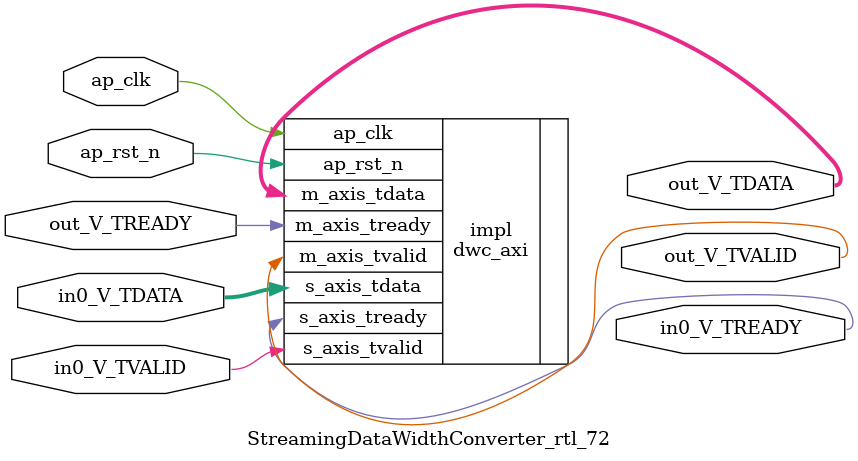
<source format=v>
/******************************************************************************
 * Copyright (C) 2023, Advanced Micro Devices, Inc.
 * All rights reserved.
 *
 * Redistribution and use in source and binary forms, with or without
 * modification, are permitted provided that the following conditions are met:
 *
 *  1. Redistributions of source code must retain the above copyright notice,
 *     this list of conditions and the following disclaimer.
 *
 *  2. Redistributions in binary form must reproduce the above copyright
 *     notice, this list of conditions and the following disclaimer in the
 *     documentation and/or other materials provided with the distribution.
 *
 *  3. Neither the name of the copyright holder nor the names of its
 *     contributors may be used to endorse or promote products derived from
 *     this software without specific prior written permission.
 *
 * THIS SOFTWARE IS PROVIDED BY THE COPYRIGHT HOLDERS AND CONTRIBUTORS "AS IS"
 * AND ANY EXPRESS OR IMPLIED WARRANTIES, INCLUDING, BUT NOT LIMITED TO,
 * THE IMPLIED WARRANTIES OF MERCHANTABILITY AND FITNESS FOR A PARTICULAR
 * PURPOSE ARE DISCLAIMED. IN NO EVENT SHALL THE COPYRIGHT HOLDER OR
 * CONTRIBUTORS BE LIABLE FOR ANY DIRECT, INDIRECT, INCIDENTAL, SPECIAL,
 * EXEMPLARY, OR CONSEQUENTIAL DAMAGES (INCLUDING, BUT NOT LIMITED TO,
 * PROCUREMENT OF SUBSTITUTE GOODS OR SERVICES; LOSS OF USE, DATA, OR PROFITS;
 * OR BUSINESS INTERRUPTION). HOWEVER CAUSED AND ON ANY THEORY OF LIABILITY,
 * WHETHER IN CONTRACT, STRICT LIABILITY, OR TORT (INCLUDING NEGLIGENCE OR
 * OTHERWISE) ARISING IN ANY WAY OUT OF THE USE OF THIS SOFTWARE, EVEN IF
 * ADVISED OF THE POSSIBILITY OF SUCH DAMAGE.
 *****************************************************************************/

module StreamingDataWidthConverter_rtl_72 #(
	parameter  IBITS = 4,
	parameter  OBITS = 8,

	parameter  AXI_IBITS = (IBITS+7)/8 * 8,
	parameter  AXI_OBITS = (OBITS+7)/8 * 8
)(
	//- Global Control ------------------
	(* X_INTERFACE_INFO = "xilinx.com:signal:clock:1.0 ap_clk CLK" *)
	(* X_INTERFACE_PARAMETER = "ASSOCIATED_BUSIF in0_V:out_V, ASSOCIATED_RESET ap_rst_n" *)
	input	ap_clk,
	(* X_INTERFACE_PARAMETER = "POLARITY ACTIVE_LOW" *)
	input	ap_rst_n,

	//- AXI Stream - Input --------------
	output	in0_V_TREADY,
	input	in0_V_TVALID,
	input	[AXI_IBITS-1:0]  in0_V_TDATA,

	//- AXI Stream - Output -------------
	input	out_V_TREADY,
	output	out_V_TVALID,
	output	[AXI_OBITS-1:0]  out_V_TDATA
);

	dwc_axi #(
		.IBITS(IBITS),
		.OBITS(OBITS)
	) impl (
		.ap_clk(ap_clk),
		.ap_rst_n(ap_rst_n),
		.s_axis_tready(in0_V_TREADY),
		.s_axis_tvalid(in0_V_TVALID),
		.s_axis_tdata(in0_V_TDATA),
		.m_axis_tready(out_V_TREADY),
		.m_axis_tvalid(out_V_TVALID),
		.m_axis_tdata(out_V_TDATA)
	);

endmodule

</source>
